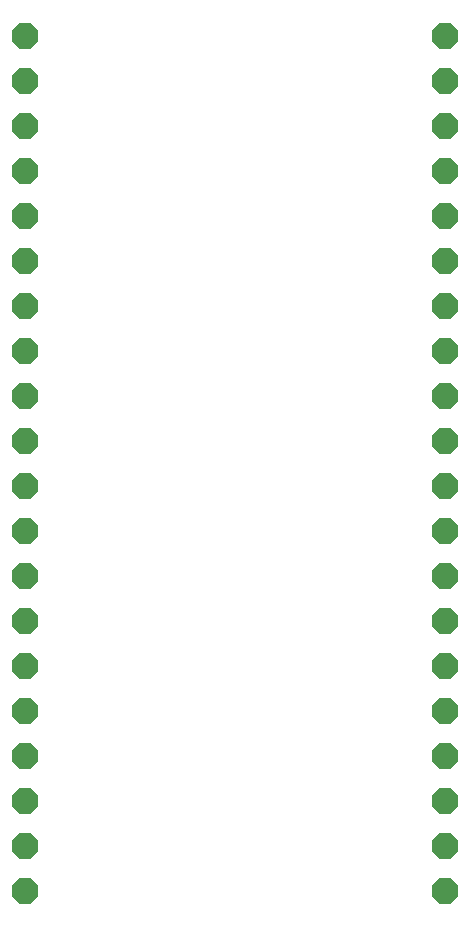
<source format=gbl>
G75*
G70*
%OFA0B0*%
%FSLAX24Y24*%
%IPPOS*%
%LPD*%
%AMOC8*
5,1,8,0,0,1.08239X$1,22.5*
%
%ADD10OC8,0.0850*%
D10*
X001600Y003600D03*
X001600Y005100D03*
X001600Y006600D03*
X001600Y008100D03*
X001600Y009600D03*
X001600Y011100D03*
X001600Y012600D03*
X001600Y014100D03*
X001600Y015600D03*
X001600Y017100D03*
X001600Y018600D03*
X001600Y020100D03*
X001600Y021600D03*
X001600Y023100D03*
X001600Y024600D03*
X001600Y026100D03*
X001600Y027600D03*
X001600Y029100D03*
X001600Y030600D03*
X001600Y032100D03*
X015600Y032100D03*
X015600Y030600D03*
X015600Y029100D03*
X015600Y027600D03*
X015600Y026100D03*
X015600Y024600D03*
X015600Y023100D03*
X015600Y021600D03*
X015600Y020100D03*
X015600Y018600D03*
X015600Y017100D03*
X015600Y015600D03*
X015600Y014100D03*
X015600Y012600D03*
X015600Y011100D03*
X015600Y009600D03*
X015600Y008100D03*
X015600Y006600D03*
X015600Y005100D03*
X015600Y003600D03*
M02*

</source>
